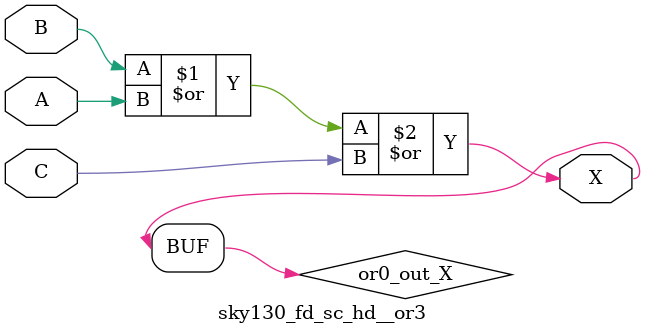
<source format=v>
/*
 * Copyright 2020 The SkyWater PDK Authors
 *
 * Licensed under the Apache License, Version 2.0 (the "License");
 * you may not use this file except in compliance with the License.
 * You may obtain a copy of the License at
 *
 *     https://www.apache.org/licenses/LICENSE-2.0
 *
 * Unless required by applicable law or agreed to in writing, software
 * distributed under the License is distributed on an "AS IS" BASIS,
 * WITHOUT WARRANTIES OR CONDITIONS OF ANY KIND, either express or implied.
 * See the License for the specific language governing permissions and
 * limitations under the License.
 *
 * SPDX-License-Identifier: Apache-2.0
*/


`ifndef SKY130_FD_SC_HD__OR3_FUNCTIONAL_V
`define SKY130_FD_SC_HD__OR3_FUNCTIONAL_V

/**
 * or3: 3-input OR.
 *
 * Verilog simulation functional model.
 */

`timescale 1ns / 1ps
`default_nettype none

`celldefine
module sky130_fd_sc_hd__or3 (
    X,
    A,
    B,
    C
);

    // Module ports
    output X;
    input  A;
    input  B;
    input  C;

    // Local signals
    wire or0_out_X;

    //  Name  Output     Other arguments
    or  or0  (or0_out_X, B, A, C        );
    buf buf0 (X        , or0_out_X      );

endmodule
`endcelldefine

`default_nettype wire
`endif  // SKY130_FD_SC_HD__OR3_FUNCTIONAL_V
</source>
